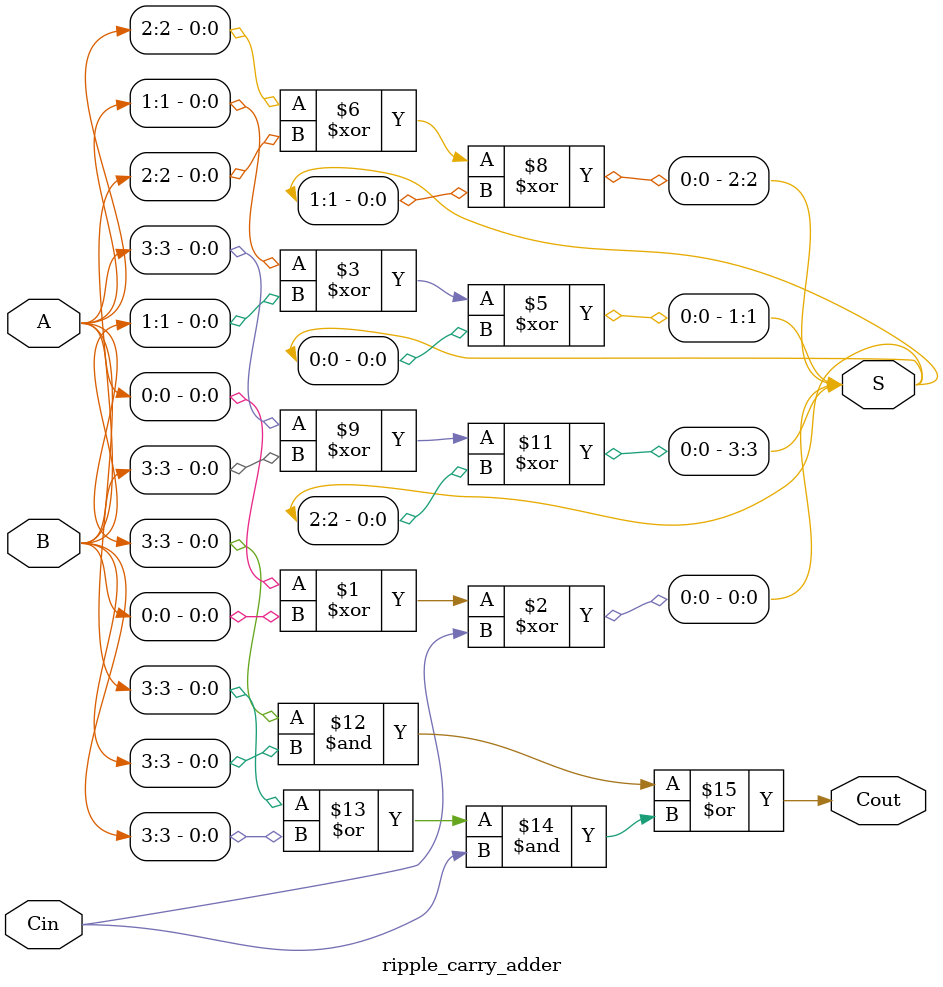
<source format=v>

module ripple_carry_adder(
    input [3:0] A,
    input [3:0] B,
    input Cin,
    output [3:0] S,
    output Cout
);

    assign S[0] = A[0] ^ B[0] ^ Cin;
    assign S[1] = A[1] ^ B[1] ^ (S[0] & 1'b1);
    assign S[2] = A[2] ^ B[2] ^ (S[1] & 1'b1);
    assign S[3] = A[3] ^ B[3] ^ (S[2] & 1'b1);
    assign Cout = (A[3] & B[3]) | ((A[3] | B[3]) & Cin);

endmodule

</source>
